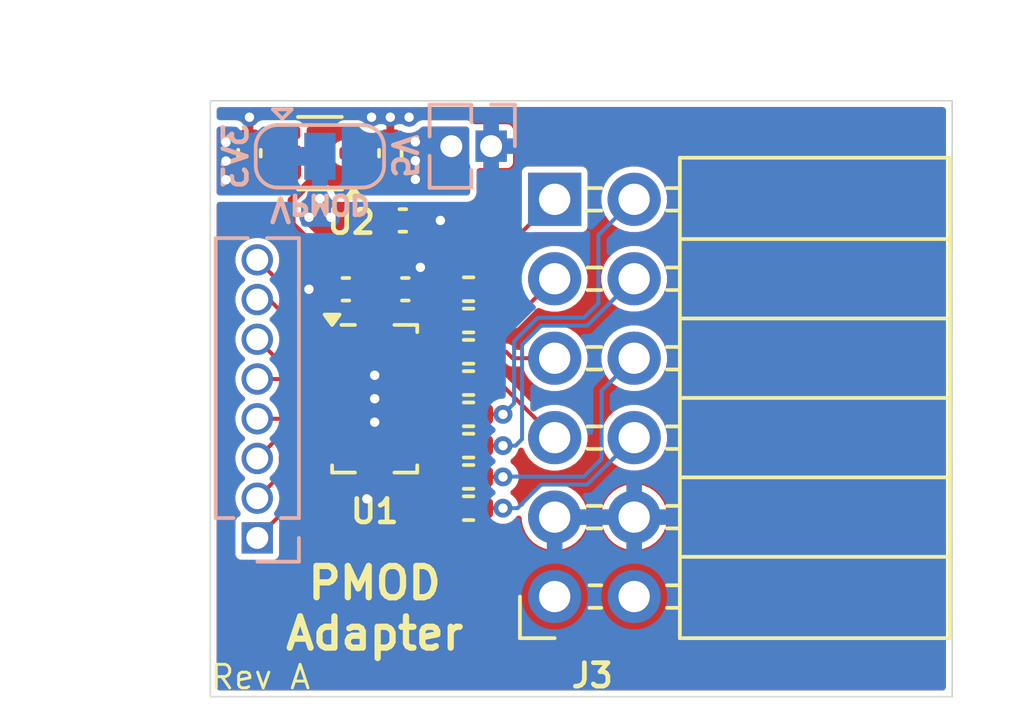
<source format=kicad_pcb>
(kicad_pcb (version 20241229) (generator "pcbnew") (generator_version "9.0")
  (layers (0 "F.Cu" signal) (2 "B.Cu" signal) (13 "F.Paste" user) (15 "B.Paste" user) (5 "F.SilkS" user "F.Silkscreen") (7 "B.SilkS" user "B.Silkscreen") (1 "F.Mask" user) (3 "B.Mask" user) (25 "Edge.Cuts" user))
  (net 0 "")
  (net 1 "GND")
  (net 2 "+5V")
  (net 3 "+3V3")
  (net 4 "Net-(J1-Pin_5)")
  (net 5 "Net-(J1-Pin_2)")
  (net 6 "Net-(J1-Pin_1)")
  (net 7 "Net-(J1-Pin_3)")
  (net 8 "Net-(J1-Pin_8)")
  (net 9 "Net-(J1-Pin_4)")
  (net 10 "Net-(J1-Pin_7)")
  (net 11 "Net-(J1-Pin_6)")
  (net 12 "/PMOD4")
  (net 13 "/PMOD5")
  (net 14 "/PMOD0")
  (net 15 "/PMOD1")
  (net 16 "/PMOD6")
  (net 17 "/PMOD7")
  (net 18 "/PMOD3")
  (net 19 "/PMOD2")
  (net 20 "Net-(U1-B0)")
  (net 21 "Net-(U1-B1)")
  (net 22 "Net-(U1-B2)")
  (net 23 "Net-(U1-B3)")
  (net 24 "Net-(U1-B4)")
  (net 25 "Net-(U1-B5)")
  (net 26 "Net-(U1-B6)")
  (net 27 "Net-(U1-B7)")
  (net 29 "V_{PMOD}")
  (footprint "Connector_PinSocket_2.54mm:PinSocket_2x06_P2.54mm_Horizontal" (layer "F.Cu") (at 156.75 114.825 180)
    (property "Reference" "J3" (at -1.2 -2.525 180) (layer "F.SilkS") (effects (font (size 0.75 0.75) (thickness 0.15) (bold yes))))
    (property "Value" "Conn_02x06_Top_Bottom")
    (fp_line (start 1.11 -1.33) (end 1.11 0) (stroke (width 0.12)) (layer "F.SilkS"))
    (fp_line (start 0 -1.33) (end 1.11 -1.33) (stroke (width 0.12)) (layer "F.SilkS"))
    (fp_line (start -1.49 13.06) (end -1.05 13.06) (stroke (width 0.12)) (layer "F.SilkS"))
    (fp_line (start -1.49 12.34) (end -1.05 12.34) (stroke (width 0.12)) (layer "F.SilkS"))
    (fp_line (start -1.49 10.52) (end -1.05 10.52) (stroke (width 0.12)) (layer "F.SilkS"))
    (fp_line (start -1.49 9.8) (end -1.05 9.8) (stroke (width 0.12)) (layer "F.SilkS"))
    (fp_line (start -1.49 7.98) (end -1.05 7.98) (stroke (width 0.12)) (layer "F.SilkS"))
    (fp_line (start -1.49 7.26) (end -1.05 7.26) (stroke (width 0.12)) (layer "F.SilkS"))
    (fp_line (start -1.49 5.44) (end -1.05 5.44) (stroke (width 0.12)) (layer "F.SilkS"))
    (fp_line (start -1.49 4.72) (end -1.05 4.72) (stroke (width 0.12)) (layer "F.SilkS"))
    (fp_line (start -1.49 2.9) (end -1.05 2.9) (stroke (width 0.12)) (layer "F.SilkS"))
    (fp_line (start -1.49 2.18) (end -1.05 2.18) (stroke (width 0.12)) (layer "F.SilkS"))
    (fp_line (start -1.49 0.36) (end -1.11 0.36) (stroke (width 0.12)) (layer "F.SilkS"))
    (fp_line (start -1.49 -0.36) (end -1.11 -0.36) (stroke (width 0.12)) (layer "F.SilkS"))
    (fp_line (start -4 13.06) (end -3.59 13.06) (stroke (width 0.12)) (layer "F.SilkS"))
    (fp_line (start -4 12.34) (end -3.59 12.34) (stroke (width 0.12)) (layer "F.SilkS"))
    (fp_line (start -4 10.52) (end -3.59 10.52) (stroke (width 0.12)) (layer "F.SilkS"))
    (fp_line (start -4 9.8) (end -3.59 9.8) (stroke (width 0.12)) (layer "F.SilkS"))
    (fp_line (start -4 7.98) (end -3.59 7.98) (stroke (width 0.12)) (layer "F.SilkS"))
    (fp_line (start -4 7.26) (end -3.59 7.26) (stroke (width 0.12)) (layer "F.SilkS"))
    (fp_line (start -4 5.44) (end -3.59 5.44) (stroke (width 0.12)) (layer "F.SilkS"))
    (fp_line (start -4 4.72) (end -3.59 4.72) (stroke (width 0.12)) (layer "F.SilkS"))
    (fp_line (start -4 2.9) (end -3.59 2.9) (stroke (width 0.12)) (layer "F.SilkS"))
    (fp_line (start -4 2.18) (end -3.59 2.18) (stroke (width 0.12)) (layer "F.SilkS"))
    (fp_line (start -4 0.36) (end -3.59 0.36) (stroke (width 0.12)) (layer "F.SilkS"))
    (fp_line (start -4 -0.36) (end -3.59 -0.36) (stroke (width 0.12)) (layer "F.SilkS"))
    (fp_line (start -4 -1.33) (end -4 14.03) (stroke (width 0.12)) (layer "F.SilkS"))
    (fp_line (start -12.63 14.03) (end -4 14.03) (stroke (width 0.12)) (layer "F.SilkS"))
    (fp_line (start -12.63 11.43) (end -4 11.43) (stroke (width 0.12)) (layer "F.SilkS"))
    (fp_line (start -12.63 8.89) (end -4 8.89) (stroke (width 0.12)) (layer "F.SilkS"))
    (fp_line (start -12.63 6.35) (end -4 6.35) (stroke (width 0.12)) (layer "F.SilkS"))
    (fp_line (start -12.63 3.81) (end -4 3.81) (stroke (width 0.12)) (layer "F.SilkS"))
    (fp_line (start -12.63 1.27) (end -4 1.27) (stroke (width 0.12)) (layer "F.SilkS"))
    (fp_line (start -12.63 -1.33) (end -4 -1.33) (stroke (width 0.12)) (layer "F.SilkS"))
    (fp_line (start -12.63 -1.33) (end -12.63 14.03) (stroke (width 0.12)) (layer "F.SilkS"))
    (pad "1" thru_hole rect (at 0 12.7 180) (size 1.7 1.7) (drill 1) (layers "*.Cu" "*.Mask") (net 14 "/PMOD0"))
    (pad "2" thru_hole oval (at 0 10.16 180) (size 1.7 1.7) (drill 1) (layers "*.Cu" "*.Mask") (net 15 "/PMOD1"))
    (pad "3" thru_hole oval (at 0 7.62 180) (size 1.7 1.7) (drill 1) (layers "*.Cu" "*.Mask") (net 19 "/PMOD2"))
    (pad "4" thru_hole oval (at 0 5.08 180) (size 1.7 1.7) (drill 1) (layers "*.Cu" "*.Mask") (net 18 "/PMOD3"))
    (pad "5" thru_hole oval (at 0 2.54 180) (size 1.7 1.7) (drill 1) (layers "*.Cu" "*.Mask") (net 1 "GND"))
    (pad "6" thru_hole circle (at 0 0 180) (size 1.7 1.7) (drill 1) (layers "*.Cu" "*.Mask") (net 29 "V_{PMOD}"))
    (pad "7" thru_hole oval (at -2.54 12.7 180) (size 1.7 1.7) (drill 1) (layers "*.Cu" "*.Mask") (net 12 "/PMOD4"))
    (pad "8" thru_hole oval (at -2.54 10.16 180) (size 1.7 1.7) (drill 1) (layers "*.Cu" "*.Mask") (net 13 "/PMOD5"))
    (pad "9" thru_hole oval (at -2.54 7.62 180) (size 1.7 1.7) (drill 1) (layers "*.Cu" "*.Mask") (net 16 "/PMOD6"))
    (pad "10" thru_hole oval (at -2.54 5.08 180) (size 1.7 1.7) (drill 1) (layers "*.Cu" "*.Mask") (net 17 "/PMOD7"))
    (pad "11" thru_hole oval (at -2.54 2.54 180) (size 1.7 1.7) (drill 1) (layers "*.Cu" "*.Mask") (net 1 "GND"))
    (pad "12" thru_hole oval (at -2.54 0 180) (size 1.7 1.7) (drill 1) (layers "*.Cu" "*.Mask") (net 29 "V_{PMOD}"))
  )
  (footprint "Capacitor_SMD:C_0402_1005Metric" (layer "F.Cu") (at 147 100.65 90)
    (property "Reference" "C2" (hide yes))
    (property "Value" "1u")
    (fp_line (start -0.107836 -0.36) (end 0.107836 -0.36) (stroke (width 0.12)) (layer "F.SilkS"))
    (fp_line (start -0.107836 0.36) (end 0.107836 0.36) (stroke (width 0.12)) (layer "F.SilkS"))
    (pad "1" smd roundrect (at -0.48 0 90) (size 0.56 0.62) (layers "F.Cu" "F.Mask" "F.Paste") (net 3 "+3V3"))
    (pad "2" smd roundrect (at 0.48 0 90) (size 0.56 0.62) (layers "F.Cu" "F.Mask" "F.Paste") (net 1 "GND"))
  )
  (footprint "Capacitor_SMD:C_0402_1005Metric" (layer "F.Cu") (at 151.9 102.8)
    (property "Reference" "C3" (hide yes))
    (property "Value" "1u")
    (fp_line (start -0.107836 -0.36) (end 0.107836 -0.36) (stroke (width 0.12)) (layer "F.SilkS"))
    (fp_line (start -0.107836 0.36) (end 0.107836 0.36) (stroke (width 0.12)) (layer "F.SilkS"))
    (pad "1" smd roundrect (at -0.48 0) (size 0.56 0.62) (layers "F.Cu" "F.Mask" "F.Paste") (net 29 "V_{PMOD}"))
    (pad "2" smd roundrect (at 0.48 0) (size 0.56 0.62) (layers "F.Cu" "F.Mask" "F.Paste") (net 1 "GND"))
  )
  (footprint "Package_DFN_QFN:WQFN-20-1EP_2.5x4.5mm_P0.5mm_EP1x2.9mm" (layer "F.Cu") (at 151 108.5)
    (property "Reference" "U1" (at 0 3.6 0) (layer "F.SilkS") (effects (font (size 0.75 0.75) (thickness 0.15) (bold yes))))
    (property "Value" "FXMA108BQX")
    (fp_line (start -1.36 2.36) (end -1.36 2.13) (stroke (width 0.12)) (layer "F.SilkS"))
    (fp_line (start -0.63 -2.36) (end -1.06 -2.36) (stroke (width 0.12)) (layer "F.SilkS"))
    (fp_line (start -0.63 2.36) (end -1.36 2.36) (stroke (width 0.12)) (layer "F.SilkS"))
    (fp_line (start 0.63 -2.36) (end 1.36 -2.36) (stroke (width 0.12)) (layer "F.SilkS"))
    (fp_line (start 0.63 2.36) (end 1.36 2.36) (stroke (width 0.12)) (layer "F.SilkS"))
    (fp_line (start 1.36 -2.36) (end 1.36 -2.13) (stroke (width 0.12)) (layer "F.SilkS"))
    (fp_line (start 1.36 2.36) (end 1.36 2.13) (stroke (width 0.12)) (layer "F.SilkS"))
    (fp_poly (pts (xy -1.36 -2.36) (xy -1.6 -2.69) (xy -1.12 -2.69) (xy -1.36 -2.36)) (stroke (width 0.12)) (fill yes) (layer "F.SilkS"))
    (pad "1" smd rect (at -0.25 -2.3 270) (size 0.9 0.24) (layers "F.Cu" "F.Mask" "F.Paste") (net 2 "+5V"))
    (pad "2" smd rect (at -1.3 -1.75) (size 0.9 0.24) (layers "F.Cu" "F.Mask" "F.Paste") (net 8 "Net-(J1-Pin_8)"))
    (pad "3" smd rect (at -1.3 -1.25) (size 0.9 0.24) (layers "F.Cu" "F.Mask" "F.Paste") (net 10 "Net-(J1-Pin_7)"))
    (pad "4" smd rect (at -1.3 -0.75) (size 0.9 0.24) (layers "F.Cu" "F.Mask" "F.Paste") (net 11 "Net-(J1-Pin_6)"))
    (pad "5" smd rect (at -1.3 -0.25) (size 0.9 0.24) (layers "F.Cu" "F.Mask" "F.Paste") (net 4 "Net-(J1-Pin_5)"))
    (pad "6" smd rect (at -1.3 0.25) (size 0.9 0.24) (layers "F.Cu" "F.Mask" "F.Paste") (net 9 "Net-(J1-Pin_4)"))
    (pad "7" smd rect (at -1.3 0.75) (size 0.9 0.24) (layers "F.Cu" "F.Mask" "F.Paste") (net 7 "Net-(J1-Pin_3)"))
    (pad "8" smd rect (at -1.3 1.25) (size 0.9 0.24) (layers "F.Cu" "F.Mask" "F.Paste") (net 5 "Net-(J1-Pin_2)"))
    (pad "9" smd rect (at -1.3 1.75) (size 0.9 0.24) (layers "F.Cu" "F.Mask" "F.Paste") (net 6 "Net-(J1-Pin_1)"))
    (pad "10" smd rect (at -0.25 2.3 270) (size 0.9 0.24) (layers "F.Cu" "F.Mask" "F.Paste") (net 1 "GND"))
    (pad "11" smd rect (at 0.25 2.3 270) (size 0.9 0.24) (layers "F.Cu" "F.Mask" "F.Paste") (net 1 "GND"))
    (pad "12" smd rect (at 1.3 1.75) (size 0.9 0.24) (layers "F.Cu" "F.Mask" "F.Paste") (net 27 "Net-(U1-B7)"))
    (pad "13" smd rect (at 1.3 1.25) (size 0.9 0.24) (layers "F.Cu" "F.Mask" "F.Paste") (net 26 "Net-(U1-B6)"))
    (pad "14" smd rect (at 1.3 0.75) (size 0.9 0.24) (layers "F.Cu" "F.Mask" "F.Paste") (net 25 "Net-(U1-B5)"))
    (pad "15" smd rect (at 1.3 0.25) (size 0.9 0.24) (layers "F.Cu" "F.Mask" "F.Paste") (net 24 "Net-(U1-B4)"))
    (pad "16" smd rect (at 1.3 -0.25) (size 0.9 0.24) (layers "F.Cu" "F.Mask" "F.Paste") (net 23 "Net-(U1-B3)"))
    (pad "17" smd rect (at 1.3 -0.75) (size 0.9 0.24) (layers "F.Cu" "F.Mask" "F.Paste") (net 22 "Net-(U1-B2)"))
    (pad "18" smd rect (at 1.3 -1.25) (size 0.9 0.24) (layers "F.Cu" "F.Mask" "F.Paste") (net 21 "Net-(U1-B1)"))
    (pad "19" smd rect (at 1.3 -1.75) (size 0.9 0.24) (layers "F.Cu" "F.Mask" "F.Paste") (net 20 "Net-(U1-B0)"))
    (pad "20" smd rect (at 0.25 -2.3 270) (size 0.9 0.24) (layers "F.Cu" "F.Mask" "F.Paste") (net 29 "V_{PMOD}"))
    (pad "21" smd rect (at 0 0 270) (size 2.9 1) (layers "F.Cu" "F.Mask") (net 1 "GND"))
  )
  (footprint "Capacitor_SMD:C_0402_1005Metric" (layer "F.Cu") (at 151.5 100.65 90)
    (property "Reference" "C1" (hide yes))
    (property "Value" "1u")
    (fp_line (start -0.107836 -0.36) (end 0.107836 -0.36) (stroke (width 0.12)) (layer "F.SilkS"))
    (fp_line (start -0.107836 0.36) (end 0.107836 0.36) (stroke (width 0.12)) (layer "F.SilkS"))
    (pad "1" smd roundrect (at -0.48 0 90) (size 0.56 0.62) (layers "F.Cu" "F.Mask" "F.Paste") (net 2 "+5V"))
    (pad "2" smd roundrect (at 0.48 0 90) (size 0.56 0.62) (layers "F.Cu" "F.Mask" "F.Paste") (net 1 "GND"))
  )
  (footprint "Resistor_SMD:R_0402_1005Metric" (layer "F.Cu") (at 154 112)
    (property "Reference" "R8" (hide yes))
    (property "Value" "200")
    (fp_line (start -0.153641 -0.38) (end 0.153641 -0.38) (stroke (width 0.12)) (layer "F.SilkS"))
    (fp_line (start -0.153641 0.38) (end 0.153641 0.38) (stroke (width 0.12)) (layer "F.SilkS"))
    (pad "1" smd roundrect (at -0.51 0) (size 0.54 0.64) (layers "F.Cu" "F.Mask" "F.Paste") (net 27 "Net-(U1-B7)"))
    (pad "2" smd roundrect (at 0.51 0) (size 0.54 0.64) (layers "F.Cu" "F.Mask" "F.Paste") (net 17 "/PMOD7"))
  )
  (footprint "Resistor_SMD:R_0402_1005Metric" (layer "F.Cu") (at 154 106)
    (property "Reference" "R2" (hide yes))
    (property "Value" "200")
    (fp_line (start -0.153641 -0.38) (end 0.153641 -0.38) (stroke (width 0.12)) (layer "F.SilkS"))
    (fp_line (start -0.153641 0.38) (end 0.153641 0.38) (stroke (width 0.12)) (layer "F.SilkS"))
    (pad "1" smd roundrect (at -0.51 0) (size 0.54 0.64) (layers "F.Cu" "F.Mask" "F.Paste") (net 21 "Net-(U1-B1)"))
    (pad "2" smd roundrect (at 0.51 0) (size 0.54 0.64) (layers "F.Cu" "F.Mask" "F.Paste") (net 15 "/PMOD1"))
  )
  (footprint "Package_TO_SOT_SMD:SOT-353_SC-70-5" (layer "F.Cu") (at 149.25 100.65 180)
    (property "Reference" "U2" (at -1 -2.2 0) (layer "F.SilkS") (effects (font (size 0.75 0.75) (thickness 0.15) (bold yes))))
    (property "Value" "MIC5365-3.3YC5-TR")
    (fp_line (start -0.7 1.16) (end 0.7 1.16) (stroke (width 0.12)) (layer "F.SilkS"))
    (fp_line (start -0.71 -1.16) (end 0.7 -1.16) (stroke (width 0.12)) (layer "F.SilkS"))
    (fp_poly (pts (xy -1.08 -1.11) (xy -1.32 -1.44) (xy -0.84 -1.44) (xy -1.08 -1.11)) (stroke (width 0.12)) (fill yes) (layer "F.SilkS"))
    (pad "1" smd roundrect (at -0.95 -0.65 180) (size 0.65 0.4) (layers "F.Cu" "F.Mask" "F.Paste") (net 2 "+5V"))
    (pad "2" smd roundrect (at -0.95 0 180) (size 0.65 0.4) (layers "F.Cu" "F.Mask" "F.Paste") (net 1 "GND"))
    (pad "3" smd roundrect (at -0.95 0.65 180) (size 0.65 0.4) (layers "F.Cu" "F.Mask" "F.Paste") (net 2 "+5V"))
    (pad "4" smd roundrect (at 0.95 0.65 180) (size 0.65 0.4) (layers "F.Cu" "F.Mask" "F.Paste"))
    (pad "5" smd roundrect (at 0.95 -0.65 180) (size 0.65 0.4) (layers "F.Cu" "F.Mask" "F.Paste") (net 3 "+3V3"))
  )
  (footprint "Resistor_SMD:R_0402_1005Metric" (layer "F.Cu") (at 154 107)
    (property "Reference" "R3" (hide yes))
    (property "Value" "200")
    (fp_line (start -0.153641 -0.38) (end 0.153641 -0.38) (stroke (width 0.12)) (layer "F.SilkS"))
    (fp_line (start -0.153641 0.38) (end 0.153641 0.38) (stroke (width 0.12)) (layer "F.SilkS"))
    (pad "1" smd roundrect (at -0.51 0) (size 0.54 0.64) (layers "F.Cu" "F.Mask" "F.Paste") (net 22 "Net-(U1-B2)"))
    (pad "2" smd roundrect (at 0.51 0) (size 0.54 0.64) (layers "F.Cu" "F.Mask" "F.Paste") (net 19 "/PMOD2"))
  )
  (footprint "Resistor_SMD:R_0402_1005Metric" (layer "F.Cu") (at 154 109)
    (property "Reference" "R5" (hide yes))
    (property "Value" "200")
    (fp_line (start -0.153641 -0.38) (end 0.153641 -0.38) (stroke (width 0.12)) (layer "F.SilkS"))
    (fp_line (start -0.153641 0.38) (end 0.153641 0.38) (stroke (width 0.12)) (layer "F.SilkS"))
    (pad "1" smd roundrect (at -0.51 0) (size 0.54 0.64) (layers "F.Cu" "F.Mask" "F.Paste") (net 24 "Net-(U1-B4)"))
    (pad "2" smd roundrect (at 0.51 0) (size 0.54 0.64) (layers "F.Cu" "F.Mask" "F.Paste") (net 12 "/PMOD4"))
  )
  (footprint "Capacitor_SMD:C_0402_1005Metric" (layer "F.Cu") (at 151.98 105)
    (property "Reference" "C5" (hide yes))
    (property "Value" "100n")
    (fp_line (start -0.107836 -0.36) (end 0.107836 -0.36) (stroke (width 0.12)) (layer "F.SilkS"))
    (fp_line (start -0.107836 0.36) (end 0.107836 0.36) (stroke (width 0.12)) (layer "F.SilkS"))
    (pad "1" smd roundrect (at -0.48 0) (size 0.56 0.62) (layers "F.Cu" "F.Mask" "F.Paste") (net 29 "V_{PMOD}"))
    (pad "2" smd roundrect (at 0.48 0) (size 0.56 0.62) (layers "F.Cu" "F.Mask" "F.Paste") (net 1 "GND"))
  )
  (footprint "Resistor_SMD:R_0402_1005Metric" (layer "F.Cu") (at 154 111)
    (property "Reference" "R7" (hide yes))
    (property "Value" "200")
    (fp_line (start -0.153641 -0.38) (end 0.153641 -0.38) (stroke (width 0.12)) (layer "F.SilkS"))
    (fp_line (start -0.153641 0.38) (end 0.153641 0.38) (stroke (width 0.12)) (layer "F.SilkS"))
    (pad "1" smd roundrect (at -0.51 0) (size 0.54 0.64) (layers "F.Cu" "F.Mask" "F.Paste") (net 26 "Net-(U1-B6)"))
    (pad "2" smd roundrect (at 0.51 0) (size 0.54 0.64) (layers "F.Cu" "F.Mask" "F.Paste") (net 16 "/PMOD6"))
  )
  (footprint "Capacitor_SMD:C_0402_1005Metric" (layer "F.Cu") (at 150.08 105 180)
    (property "Reference" "C4" (hide yes))
    (property "Value" "100n")
    (fp_line (start -0.107836 0.36) (end 0.107836 0.36) (stroke (width 0.12)) (layer "F.SilkS"))
    (fp_line (start -0.107836 -0.36) (end 0.107836 -0.36) (stroke (width 0.12)) (layer "F.SilkS"))
    (pad "1" smd roundrect (at -0.48 0 180) (size 0.56 0.62) (layers "F.Cu" "F.Mask" "F.Paste") (net 2 "+5V"))
    (pad "2" smd roundrect (at 0.48 0 180) (size 0.56 0.62) (layers "F.Cu" "F.Mask" "F.Paste") (net 1 "GND"))
  )
  (footprint "Resistor_SMD:R_0402_1005Metric" (layer "F.Cu") (at 154 110)
    (property "Reference" "R6" (hide yes))
    (property "Value" "200")
    (fp_line (start -0.153641 -0.38) (end 0.153641 -0.38) (stroke (width 0.12)) (layer "F.SilkS"))
    (fp_line (start -0.153641 0.38) (end 0.153641 0.38) (stroke (width 0.12)) (layer "F.SilkS"))
    (pad "1" smd roundrect (at -0.51 0) (size 0.54 0.64) (layers "F.Cu" "F.Mask" "F.Paste") (net 25 "Net-(U1-B5)"))
    (pad "2" smd roundrect (at 0.51 0) (size 0.54 0.64) (layers "F.Cu" "F.Mask" "F.Paste") (net 13 "/PMOD5"))
  )
  (footprint "Resistor_SMD:R_0402_1005Metric" (layer "F.Cu") (at 154 105)
    (property "Reference" "R1" (hide yes))
    (property "Value" "200")
    (fp_line (start -0.153641 -0.38) (end 0.153641 -0.38) (stroke (width 0.12)) (layer "F.SilkS"))
    (fp_line (start -0.153641 0.38) (end 0.153641 0.38) (stroke (width 0.12)) (layer "F.SilkS"))
    (pad "1" smd roundrect (at -0.51 0) (size 0.54 0.64) (layers "F.Cu" "F.Mask" "F.Paste") (net 20 "Net-(U1-B0)"))
    (pad "2" smd roundrect (at 0.51 0) (size 0.54 0.64) (layers "F.Cu" "F.Mask" "F.Paste") (net 14 "/PMOD0"))
  )
  (footprint "Resistor_SMD:R_0402_1005Metric" (layer "F.Cu") (at 154 108)
    (property "Reference" "R4" (hide yes))
    (property "Value" "200")
    (fp_line (start -0.153641 -0.38) (end 0.153641 -0.38) (stroke (width 0.12)) (layer "F.SilkS"))
    (fp_line (start -0.153641 0.38) (end 0.153641 0.38) (stroke (width 0.12)) (layer "F.SilkS"))
    (pad "1" smd roundrect (at -0.51 0) (size 0.54 0.64) (layers "F.Cu" "F.Mask" "F.Paste") (net 23 "Net-(U1-B3)"))
    (pad "2" smd roundrect (at 0.51 0) (size 0.54 0.64) (layers "F.Cu" "F.Mask" "F.Paste") (net 18 "/PMOD3"))
  )
  (footprint "Connector_PinSocket_1.27mm:PinSocket_1x08_P1.27mm_Vertical" (layer "B.Cu") (at 147.25 112.95)
    (property "Reference" "J1" (hide yes))
    (property "Value" "Conn_01x08")
    (fp_line (start -1.33 -9.585) (end -0.30753 -9.585) (stroke (width 0.12)) (layer "B.SilkS"))
    (fp_line (start -1.33 -0.635) (end -1.33 -9.585) (stroke (width 0.12)) (layer "B.SilkS"))
    (fp_line (start -1.33 -0.635) (end -0.76 -0.635) (stroke (width 0.12)) (layer "B.SilkS"))
    (fp_line (start 0 0.76) (end 1.33 0.76) (stroke (width 0.12)) (layer "B.SilkS"))
    (fp_line (start 0.30753 -9.585) (end 1.33 -9.585) (stroke (width 0.12)) (layer "B.SilkS"))
    (fp_line (start 0.76 -0.635) (end 1.33 -0.635) (stroke (width 0.12)) (layer "B.SilkS"))
    (fp_line (start 1.33 -0.635) (end 1.33 -9.585) (stroke (width 0.12)) (layer "B.SilkS"))
    (fp_line (start 1.33 0.76) (end 1.33 0) (stroke (width 0.12)) (layer "B.SilkS"))
    (pad "1" thru_hole rect (at 0 0) (size 1 1) (drill 0.7) (layers "*.Cu" "*.Mask") (net 6 "Net-(J1-Pin_1)"))
    (pad "2" thru_hole oval (at 0 -1.27) (size 1 1) (drill 0.7) (layers "*.Cu" "*.Mask") (net 5 "Net-(J1-Pin_2)"))
    (pad "3" thru_hole oval (at 0 -2.54) (size 1 1) (drill 0.7) (layers "*.Cu" "*.Mask") (net 7 "Net-(J1-Pin_3)"))
    (pad "4" thru_hole oval (at 0 -3.81) (size 1 1) (drill 0.7) (layers "*.Cu" "*.Mask") (net 9 "Net-(J1-Pin_4)"))
    (pad "5" thru_hole oval (at 0 -5.08) (size 1 1) (drill 0.7) (layers "*.Cu" "*.Mask") (net 4 "Net-(J1-Pin_5)"))
    (pad "6" thru_hole oval (at 0 -6.35) (size 1 1) (drill 0.7) (layers "*.Cu" "*.Mask") (net 11 "Net-(J1-Pin_6)"))
    (pad "7" thru_hole oval (at 0 -7.62) (size 1 1) (drill 0.7) (layers "*.Cu" "*.Mask") (net 10 "Net-(J1-Pin_7)"))
    (pad "8" thru_hole oval (at 0 -8.89) (size 1 1) (drill 0.7) (layers "*.Cu" "*.Mask") (net 8 "Net-(J1-Pin_8)"))
  )
  (footprint "Connector_PinSocket_1.27mm:PinSocket_1x02_P1.27mm_Vertical" (layer "B.Cu") (at 154.72 100.425 90)
    (property "Reference" "J2" (hide yes))
    (property "Value" "Conn_01x02")
    (fp_line (start 0.30753 -1.965) (end 1.33 -1.965) (stroke (width 0.12)) (layer "B.SilkS"))
    (fp_line (start -1.33 -1.965) (end -0.30753 -1.965) (stroke (width 0.12)) (layer "B.SilkS"))
    (fp_line (start 1.33 -0.635) (end 1.33 -1.965) (stroke (width 0.12)) (layer "B.SilkS"))
    (fp_line (start 0.76 -0.635) (end 1.33 -0.635) (stroke (width 0.12)) (layer "B.SilkS"))
    (fp_line (start -1.33 -0.635) (end -1.33 -1.965) (stroke (width 0.12)) (layer "B.SilkS"))
    (fp_line (start -1.33 -0.635) (end -0.76 -0.635) (stroke (width 0.12)) (layer "B.SilkS"))
    (fp_line (start 1.33 0.76) (end 1.33 0) (stroke (width 0.12)) (layer "B.SilkS"))
    (fp_line (start 0 0.76) (end 1.33 0.76) (stroke (width 0.12)) (layer "B.SilkS"))
    (pad "1" thru_hole rect (at 0 0 90) (size 1 1) (drill 0.7) (layers "*.Cu" "*.Mask") (net 1 "GND"))
    (pad "2" thru_hole oval (at 0 -1.27 90) (size 1 1) (drill 0.7) (layers "*.Cu" "*.Mask") (net 2 "+5V"))
  )
  (footprint "Jumper:SolderJumper-3_P1.3mm_Bridged12_RoundedPad1.0x1.5mm" (layer "B.Cu") (at 149.25 100.75)
    (property "Reference" "JP1" (hide yes))
    (property "Value" "SolderJumper_3_Bridged12")
    (fp_poly (pts (xy -0.9 0.3) (xy -0.4 0.3) (xy -0.4 -0.3) (xy -0.9 -0.3)) (fill yes) (layer "B.Cu"))
    (fp_line (start -2.05 -0.3) (end -2.05 0.3) (stroke (width 0.12)) (layer "B.SilkS"))
    (fp_line (start -1.5 -1.5) (end -0.9 -1.5) (stroke (width 0.12)) (layer "B.SilkS"))
    (fp_line (start -1.4 1) (end 1.4 1) (stroke (width 0.12)) (layer "B.SilkS"))
    (fp_line (start -1.2 -1.2) (end -1.5 -1.5) (stroke (width 0.12)) (layer "B.SilkS"))
    (fp_line (start -1.2 -1.2) (end -0.9 -1.5) (stroke (width 0.12)) (layer "B.SilkS"))
    (fp_line (start 1.4 -1) (end -1.4 -1) (stroke (width 0.12)) (layer "B.SilkS"))
    (fp_line (start 2.05 0.3) (end 2.05 -0.3) (stroke (width 0.12)) (layer "B.SilkS"))
    (fp_arc (start -2.05 -0.3) (mid -1.844975 -0.794975) (end -1.35 -1) (stroke (width 0.12)) (layer "B.SilkS"))
    (fp_arc (start -1.35 1) (mid -1.844975 0.794975) (end -2.05 0.3) (stroke (width 0.12)) (layer "B.SilkS"))
    (fp_arc (start 1.35 -1) (mid 1.844975 -0.794975) (end 2.05 -0.3) (stroke (width 0.12)) (layer "B.SilkS"))
    (fp_arc (start 2.05 0.3) (mid 1.844975 0.794975) (end 1.35 1) (stroke (width 0.12)) (layer "B.SilkS"))
    (pad "1" smd custom (at -1.3 0) (size 1 0.5) (layers "B.Cu" "B.Mask") (net 3 "+3V3") (options (clearance outline) (anchor rect)) (primitives (gr_circle (center 0 -0.25) (end 0.5 -0.25) (width 0) (fill yes)) (gr_circle (center 0 0.25) (end 0.5 0.25) (width 0) (fill yes)) (gr_poly (pts (xy 0.55 -0.75) (xy 0 -0.75) (xy 0 0.75) (xy 0.55 0.75)) (width 0) (fill yes))))
    (pad "2" smd rect (at 0 0) (size 1 1.5) (layers "B.Cu" "B.Mask") (net 29 "V_{PMOD}"))
    (pad "3" smd custom (at 1.3 0) (size 1 0.5) (layers "B.Cu" "B.Mask") (net 2 "+5V") (options (clearance outline) (anchor rect)) (primitives (gr_circle (center 0 -0.25) (end 0.5 -0.25) (width 0) (fill yes)) (gr_circle (center 0 0.25) (end 0.5 0.25) (width 0) (fill yes)) (gr_poly (pts (xy 0 -0.75) (xy -0.55 -0.75) (xy -0.55 0.75) (xy 0 0.75)) (width 0) (fill yes))))
  )
  (gr_rect (start 145.75 98.975) (end 169.45 118.025) (stroke (width 0.05)) (fill no) (layer "Edge.Cuts"))
  (gr_text "Rev A" (at 147.35 117.4 0) (layer "F.SilkS") (effects (font (size 0.75 0.75) (thickness 0.09375))))
  (gr_text "PMOD\nAdapter" (at 151 115.2 0) (layer "F.SilkS") (effects (font (size 1 1) (thickness 0.2) (bold yes))))
  (gr_text "3V3" (at 147 100.75 90) (layer "B.SilkS") (effects (font (size 0.75 0.75) (thickness 0.15) (bold yes)) (justify bottom mirror)))
  (gr_text "V_{PMOD}" (at 149.25 102 180) (layer "B.SilkS") (effects (font (size 0.75 0.75) (thickness 0.15) (bold yes)) (justify bottom mirror)))
  (gr_text "5V" (at 151.5 100.75 270) (layer "B.SilkS") (effects (font (size 0.75 0.75) (thickness 0.15) (bold yes)) (justify bottom mirror)))
  (segment (start 152.46 104.3) (end 152.46 105) (width 0.25) (layer "F.Cu") (net 1))
  (segment (start 151.25 110.8) (end 150.75 110.8) (width 0.127) (layer "F.Cu") (net 1))
  (segment (start 147 99.5) (end 147 100.17) (width 0.25) (layer "F.Cu") (net 1))
  (segment (start 151.5 100.17) (end 151.02 100.65) (width 0.25) (layer "F.Cu") (net 1))
  (segment (start 148.9 105) (end 149.6 105) (width 0.25) (layer "F.Cu") (net 1))
  (segment (start 151.5 99.5) (end 151.5 100.17) (width 0.25) (layer "F.Cu") (net 1))
  (segment (start 150.75 111.7) (end 150.75 110.8) (width 0.25) (layer "F.Cu") (net 1))
  (segment (start 153.1 102.8) (end 152.38 102.8) (width 0.25) (layer "F.Cu") (net 1))
  (segment (start 151.5 99.5) (end 150.9 99.5) (width 0.25) (layer "F.Cu") (net 1))
  (segment (start 151.02 100.65) (end 150.2 100.65) (width 0.25) (layer "F.Cu") (net 1))
  (segment (start 151.5 99.5) (end 152.1 99.5) (width 0.25) (layer "F.Cu") (net 1))
  (via (at 153.1 102.8) (size 0.6) (drill 0.3) (layers "F.Cu" "B.Cu") (net 1))
  (via (at 151.5 99.5) (size 0.6) (drill 0.3) (layers "F.Cu" "B.Cu") (net 1))
  (via (at 152.46 104.3) (size 0.6) (drill 0.3) (layers "F.Cu" "B.Cu") (net 1))
  (via (at 147 99.5) (size 0.6) (drill 0.3) (layers "F.Cu" "B.Cu") (net 1))
  (via (at 150.9 99.5) (size 0.6) (drill 0.3) (layers "F.Cu" "B.Cu") (net 1))
  (via (at 151 108.5) (size 0.6) (drill 0.3) (layers "F.Cu" "B.Cu") (net 1))
  (via (at 151 107.75) (size 0.6) (drill 0.3) (layers "F.Cu" "B.Cu") (net 1))
  (via (at 148.9 105) (size 0.6) (drill 0.3) (layers "F.Cu" "B.Cu") (net 1))
  (via (at 152.1 99.5) (size 0.6) (drill 0.3) (layers "F.Cu" "B.Cu") (net 1))
  (via (at 151 109.25) (size 0.6) (drill 0.3) (layers "F.Cu" "B.Cu") (net 1))
  (via (at 150.75 111.7) (size 0.6) (drill 0.3) (layers "F.Cu" "B.Cu") (net 1))
  (segment (start 149.617939 104.2) (end 150 104.2) (width 0.25) (layer "F.Cu") (net 2))
  (segment (start 149.2 101.3) (end 148.347 102.153) (width 0.25) (layer "F.Cu") (net 2))
  (segment (start 150 104.2) (end 150.56 104.76) (width 0.25) (layer "F.Cu") (net 2))
  (segment (start 150.56 105) (end 150.56 105.56) (width 0.25) (layer "F.Cu") (net 2))
  (segment (start 148.347 102.929061) (end 149.617939 104.2) (width 0.25) (layer "F.Cu") (net 2))
  (segment (start 150.2 101.3) (end 149.2 101.3) (width 0.25) (layer "F.Cu") (net 2))
  (segment (start 150.56 105.56) (end 150.75 105.75) (width 0.25) (layer "F.Cu") (net 2))
  (segment (start 150.75 105.75) (end 150.75 106.2) (width 0.25) (layer "F.Cu") (net 2))
  (segment (start 150.56 104.76) (end 150.56 105) (width 0.25) (layer "F.Cu") (net 2))
  (segment (start 148.347 102.153) (end 148.347 102.929061) (width 0.25) (layer "F.Cu") (net 2))
  (via (at 152.3 100.8875) (size 0.6) (drill 0.3) (layers "F.Cu" "B.Cu") (net 2))
  (via (at 152.3 100.2875) (size 0.6) (drill 0.3) (layers "F.Cu" "B.Cu") (net 2))
  (via (at 152.3 101.4875) (size 0.6) (drill 0.3) (layers "F.Cu" "B.Cu") (net 2))
  (via (at 146.25 100.3) (size 0.6) (drill 0.3) (layers "F.Cu" "B.Cu") (net 3))
  (via (at 146.25 100.9) (size 0.6) (drill 0.3) (layers "F.Cu" "B.Cu") (net 3))
  (via (at 146.25 101.5) (size 0.6) (drill 0.3) (layers "F.Cu" "B.Cu") (net 3))
  (segment (start 147.25 107.87) (end 148.07 107.87) (width 0.127) (layer "F.Cu") (net 4))
  (segment (start 148.45 108.25) (end 149.7 108.25) (width 0.127) (layer "F.Cu") (net 4))
  (segment (start 148.07 107.87) (end 148.45 108.25) (width 0.127) (layer "F.Cu") (net 4))
  (segment (start 148 110.93) (end 148 110.35) (width 0.127) (layer "F.Cu") (net 5))
  (segment (start 147.25 111.68) (end 148 110.93) (width 0.127) (layer "F.Cu") (net 5))
  (segment (start 148.6 109.75) (end 149.7 109.75) (width 0.127) (layer "F.Cu") (net 5))
  (segment (start 148 110.35) (end 148.6 109.75) (width 0.127) (layer "F.Cu") (net 5))
  (segment (start 148.829374 110.25) (end 149.7 110.25) (width 0.127) (layer "F.Cu") (net 6))
  (segment (start 148.5 111.7) (end 148.5 110.579374) (width 0.127) (layer "F.Cu") (net 6))
  (segment (start 147.25 112.95) (end 148.5 111.7) (width 0.127) (layer "F.Cu") (net 6))
  (segment (start 148.5 110.579374) (end 148.829374 110.25) (width 0.127) (layer "F.Cu") (net 6))
  (segment (start 148.41 109.25) (end 149.7 109.25) (width 0.127) (layer "F.Cu") (net 7))
  (segment (start 147.25 110.41) (end 148.41 109.25) (width 0.127) (layer "F.Cu") (net 7))
  (segment (start 148.5 105.31) (end 147.25 104.06) (width 0.127) (layer "F.Cu") (net 8))
  (segment (start 149.7 106.75) (end 148.75 106.75) (width 0.127) (layer "F.Cu") (net 8))
  (segment (start 148.5 106.5) (end 148.5 105.31) (width 0.127) (layer "F.Cu") (net 8))
  (segment (start 148.75 106.75) (end 148.5 106.5) (width 0.127) (layer "F.Cu") (net 8))
  (segment (start 147.25 109.14) (end 148.16 109.14) (width 0.127) (layer "F.Cu") (net 9))
  (segment (start 148.55 108.75) (end 149.7 108.75) (width 0.127) (layer "F.Cu") (net 9))
  (segment (start 148.16 109.14) (end 148.55 108.75) (width 0.127) (layer "F.Cu") (net 9))
  (segment (start 148.1 106.8) (end 148.1 105.8) (width 0.127) (layer "F.Cu") (net 10))
  (segment (start 148.55 107.25) (end 148.1 106.8) (width 0.127) (layer "F.Cu") (net 10))
  (segment (start 148.1 105.8) (end 147.63 105.33) (width 0.127) (layer "F.Cu") (net 10))
  (segment (start 149.7 107.25) (end 148.55 107.25) (width 0.127) (layer "F.Cu") (net 10))
  (segment (start 147.63 105.33) (end 147.25 105.33) (width 0.127) (layer "F.Cu") (net 10))
  (segment (start 148.4 107.75) (end 149.7 107.75) (width 0.127) (layer "F.Cu") (net 11))
  (segment (start 147.25 106.6) (end 148.4 107.75) (width 0.127) (layer "F.Cu") (net 11))
  (segment (start 154.51 109) (end 155.1 109) (width 0.127) (layer "F.Cu") (net 12))
  (via (at 155.1 109) (size 0.6) (drill 0.3) (layers "F.Cu" "B.Cu") (net 12))
  (segment (start 157.685876 105.9085) (end 156.212971 105.908501) (width 0.127) (layer "B.Cu") (net 12))
  (segment (start 159.29 102.125) (end 158.147188 103.267812) (width 0.127) (layer "B.Cu") (net 12))
  (segment (start 158.147188 103.267812) (end 158.147188 105.447188) (width 0.127) (layer "B.Cu") (net 12))
  (segment (start 155.4535 108.6465) (end 155.1 109) (width 0.127) (layer "B.Cu") (net 12))
  (segment (start 156.212971 105.908501) (end 155.4535 106.667972) (width 0.127) (layer "B.Cu") (net 12))
  (segment (start 155.4535 106.667972) (end 155.4535 108.6465) (width 0.127) (layer "B.Cu") (net 12))
  (segment (start 158.147188 105.447188) (end 157.685876 105.9085) (width 0.127) (layer "B.Cu") (net 12))
  (segment (start 155.1 110) (end 154.51 110) (width 0.127) (layer "F.Cu") (net 13))
  (via (at 155.1 110) (size 0.6) (drill 0.3) (layers "F.Cu" "B.Cu") (net 13))
  (segment (start 159.29 104.665) (end 157.7915 106.1635) (width 0.127) (layer "B.Cu") (net 13))
  (segment (start 155.5 110) (end 155.1 110) (width 0.127) (layer "B.Cu") (net 13))
  (segment (start 155.7085 106.773596) (end 155.7085 109.7915) (width 0.127) (layer "B.Cu") (net 13))
  (segment (start 156.318596 106.1635) (end 155.7085 106.773596) (width 0.127) (layer "B.Cu") (net 13))
  (segment (start 155.7085 109.7915) (end 155.5 110) (width 0.127) (layer "B.Cu") (net 13))
  (segment (start 157.7915 106.1635) (end 156.318596 106.1635) (width 0.127) (layer "B.Cu") (net 13))
  (segment (start 155.2 105) (end 155.5 104.7) (width 0.127) (layer "F.Cu") (net 14))
  (segment (start 155.5 104.7) (end 155.5 103.375) (width 0.127) (layer "F.Cu") (net 14))
  (segment (start 155.5 103.375) (end 156.75 102.125) (width 0.127) (layer "F.Cu") (net 14))
  (segment (start 154.51 105) (end 155.2 105) (width 0.127) (layer "F.Cu") (net 14))
  (segment (start 154.51 106) (end 155.415 106) (width 0.127) (layer "F.Cu") (net 15))
  (segment (start 155.415 106) (end 156.75 104.665) (width 0.127) (layer "F.Cu") (net 15))
  (segment (start 154.51 111) (end 155.1 111) (width 0.127) (layer "F.Cu") (net 16))
  (via (at 155.1 111) (size 0.6) (drill 0.3) (layers "F.Cu" "B.Cu") (net 16))
  (segment (start 158.2485 110.425876) (end 157.685876 110.9885) (width 0.127) (layer "B.Cu") (net 16))
  (segment (start 159.29 107.205) (end 158.2485 108.2465) (width 0.127) (layer "B.Cu") (net 16))
  (segment (start 157.685876 110.9885) (end 155.1115 110.9885) (width 0.127) (layer "B.Cu") (net 16))
  (segment (start 155.1115 110.9885) (end 155.1 111) (width 0.127) (layer "B.Cu") (net 16))
  (segment (start 158.2485 108.2465) (end 158.2485 110.425876) (width 0.127) (layer "B.Cu") (net 16))
  (segment (start 155.1 112) (end 154.51 112) (width 0.127) (layer "F.Cu") (net 17))
  (via (at 155.1 112) (size 0.6) (drill 0.3) (layers "F.Cu" "B.Cu") (net 17))
  (segment (start 155.562096 112) (end 156.318596 111.2435) (width 0.127) (layer "B.Cu") (net 17))
  (segment (start 157.7915 111.2435) (end 159.29 109.745) (width 0.127) (layer "B.Cu") (net 17))
  (segment (start 155.1 112) (end 155.562096 112) (width 0.127) (layer "B.Cu") (net 17))
  (segment (start 156.318596 111.2435) (end 157.7915 111.2435) (width 0.127) (layer "B.Cu") (net 17))
  (segment (start 154.51 108) (end 155.005 108) (width 0.127) (layer "F.Cu") (net 18))
  (segment (start 155.005 108) (end 156.75 109.745) (width 0.127) (layer "F.Cu") (net 18))
  (segment (start 155.2 107) (end 155.405 107.205) (width 0.127) (layer "F.Cu") (net 19))
  (segment (start 155.405 107.205) (end 156.75 107.205) (width 0.127) (layer "F.Cu") (net 19))
  (segment (start 154.51 107) (end 155.2 107) (width 0.127) (layer "F.Cu") (net 19))
  (segment (start 153.014688 106.114688) (end 153.014688 105.475312) (width 0.127) (layer "F.Cu") (net 20))
  (segment (start 153.014688 105.475312) (end 153.49 105) (width 0.127) (layer "F.Cu") (net 20))
  (segment (start 152.35 106.7) (end 152.429376 106.7) (width 0.127) (layer "F.Cu") (net 20))
  (segment (start 152.3 106.75) (end 152.35 106.7) (width 0.127) (layer "F.Cu") (net 20))
  (segment (start 152.429376 106.7) (end 153.014688 106.114688) (width 0.127) (layer "F.Cu") (net 20))
  (segment (start 152.877 107.25) (end 153.0285 107.0985) (width 0.127) (layer "F.Cu") (net 21))
  (segment (start 152.3 107.25) (end 152.877 107.25) (width 0.127) (layer "F.Cu") (net 21))
  (segment (start 153.0285 107.0985) (end 153.0285 106.4615) (width 0.127) (layer "F.Cu") (net 21))
  (segment (start 153.0285 106.4615) (end 153.49 106) (width 0.127) (layer "F.Cu") (net 21))
  (segment (start 152.3 107.75) (end 152.74 107.75) (width 0.127) (layer "F.Cu") (net 22))
  (segment (start 152.74 107.75) (end 153.49 107) (width 0.127) (layer "F.Cu") (net 22))
  (segment (start 152.3 108.25) (end 152.85 108.25) (width 0.127) (layer "F.Cu") (net 23))
  (segment (start 153.1 108) (end 153.49 108) (width 0.127) (layer "F.Cu") (net 23))
  (segment (start 152.85 108.25) (end 153.1 108) (width 0.127) (layer "F.Cu") (net 23))
  (segment (start 153.49 109) (end 153.1 109) (width 0.127) (layer "F.Cu") (net 24))
  (segment (start 153.1 109) (end 152.85 108.75) (width 0.127) (layer "F.Cu") (net 24))
  (segment (start 152.85 108.75) (end 152.3 108.75) (width 0.127) (layer "F.Cu") (net 24))
  (segment (start 152.74 109.25) (end 153.49 110) (width 0.127) (layer "F.Cu") (net 25))
  (segment (start 152.3 109.25) (end 152.74 109.25) (width 0.127) (layer "F.Cu") (net 25))
  (segment (start 153.0285 110.5385) (end 153.49 111) (width 0.127) (layer "F.Cu") (net 26))
  (segment (start 152.3 109.75) (end 152.877 109.75) (width 0.127) (layer "F.Cu") (net 26))
  (segment (start 152.877 109.75) (end 153.0285 109.9015) (width 0.127) (layer "F.Cu") (net 26))
  (segment (start 153.0285 109.9015) (end 153.0285 110.5385) (width 0.127) (layer "F.Cu") (net 26))
  (segment (start 153 110.95) (end 152.3 110.25) (width 0.127) (layer "F.Cu") (net 27))
  (segment (start 153 111.51) (end 153 110.95) (width 0.127) (layer "F.Cu") (net 27))
  (segment (start 153.49 112) (end 153 111.51) (width 0.127) (layer "F.Cu") (net 27))
  (via (at 149.25 102.1) (size 0.6) (drill 0.3) (layers "F.Cu" "B.Cu") (net 29))
  (via (at 149.6 102.7) (size 0.6) (drill 0.3) (layers "F.Cu" "B.Cu") (net 29))
  (via (at 148.9 102.7) (size 0.6) (drill 0.3) (layers "F.Cu" "B.Cu") (net 29))
  (zone (net 29) (net_name "V_{PMOD}") (layer "F.Cu") (priority 1) (connect_pads yes (clearance 0.2)) (min_thickness 0.2) (fill yes (thermal_gap 0.25) (thermal_bridge_width 0.5))
    (polygon (pts (xy 145.1 98.3) (xy 170.9 98.3) (xy 170.9 118.6) (xy 145.1 118.6)))
  )
  (zone (net 2) (net_name "+5V") (layers "F.Cu" "B.Cu") (priority 2) (connect_pads yes (clearance 0.2)) (min_thickness 0.2) (fill yes (thermal_gap 0.25) (thermal_bridge_width 0.5))
    (polygon (pts (xy 148.65 99.8) (xy 154.05 99.8) (xy 154.05 102) (xy 148.65 102)))
  )
  (zone (net 3) (net_name "+3V3") (layers "F.Cu" "B.Cu") (priority 2) (connect_pads yes (clearance 0.2)) (min_thickness 0.2) (fill yes (thermal_gap 0.25) (thermal_bridge_width 0.5))
    (polygon (pts (xy 145.25 99.8) (xy 148.65 99.8) (xy 148.65 102) (xy 145.25 102)))
  )
  (zone (net 29) (net_name "V_{PMOD}") (layer "B.Cu") (priority 2) (connect_pads (clearance 0.2)) (min_thickness 0.2) (fill yes (thermal_gap 0.25) (thermal_bridge_width 0.5))
    (polygon (pts (xy 148.65 99.8) (xy 149.8 99.8) (xy 149.8 103) (xy 148.65 103)))
  )
  (zone (net 1) (net_name "GND") (layer "B.Cu") (priority 1) (connect_pads (clearance 0.2)) (min_thickness 0.2) (fill yes (thermal_gap 0.25) (thermal_bridge_width 0.5))
    (polygon (pts (xy 145.5 98.75) (xy 170.5 98.75) (xy 170.5 118.25) (xy 145.5 118.25)))
  )
)
</source>
